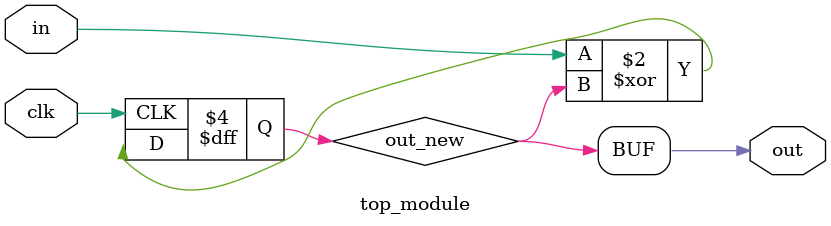
<source format=sv>
module top_module (
    input clk,
    input in,
    output logic out
);

    logic out_new;

    always_ff @(posedge clk) begin
        out_new <= in ^ out;
    end

    always_comb begin
        out <= out_new;
    end

endmodule

</source>
